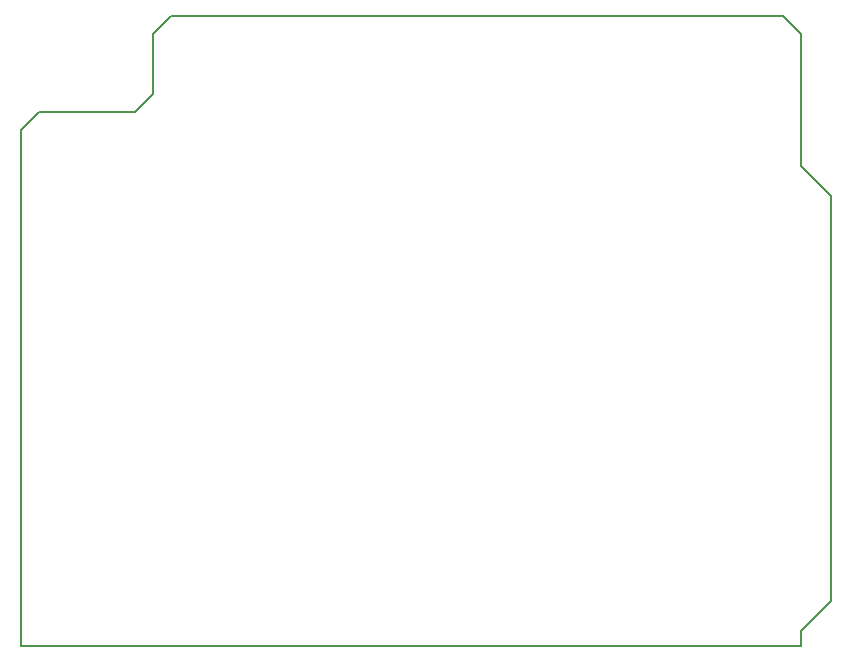
<source format=gm1>
G04 #@! TF.FileFunction,Profile,NP*
%FSLAX46Y46*%
G04 Gerber Fmt 4.6, Leading zero omitted, Abs format (unit mm)*
G04 Created by KiCad (PCBNEW 4.0.7) date 05/06/19 16:36:03*
%MOMM*%
%LPD*%
G01*
G04 APERTURE LIST*
%ADD10C,0.100000*%
%ADD11C,0.150000*%
G04 APERTURE END LIST*
D10*
D11*
X146812000Y-58928000D02*
X146812000Y-102616000D01*
X148336000Y-57404000D02*
X156464000Y-57404000D01*
X159512000Y-49276000D02*
X211328000Y-49276000D01*
X157988000Y-55880000D02*
X157988000Y-50800000D01*
X157988000Y-50800000D02*
X159512000Y-49276000D01*
X156464000Y-57404000D02*
X157988000Y-55880000D01*
X146812000Y-58928000D02*
X148336000Y-57404000D01*
X212852000Y-102616000D02*
X146812000Y-102616000D01*
X212852000Y-101346000D02*
X212852000Y-102616000D01*
X215392000Y-98806000D02*
X212852000Y-101346000D01*
X215392000Y-64516000D02*
X215392000Y-98806000D01*
X212852000Y-61976000D02*
X215392000Y-64516000D01*
X212852000Y-50800000D02*
X212852000Y-61976000D01*
X211328000Y-49276000D02*
X212852000Y-50800000D01*
M02*

</source>
